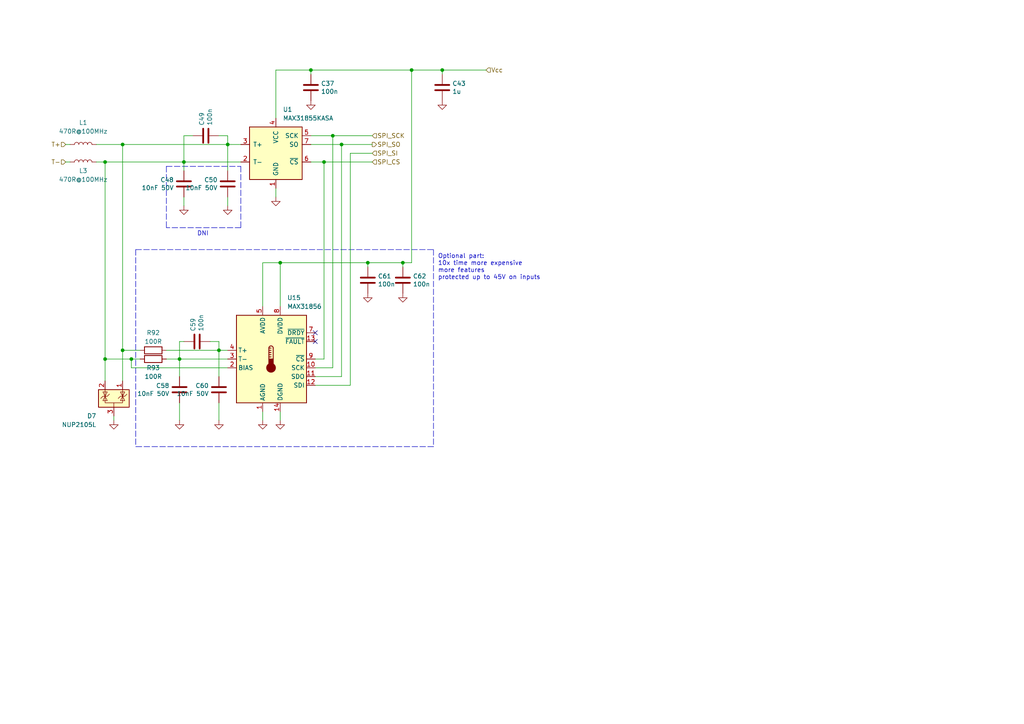
<source format=kicad_sch>
(kicad_sch (version 20211123) (generator eeschema)
  (paper "A4")
  (lib_symbols
    (symbol "Device:C" (pin_numbers hide) (pin_names (offset 0.254))
      (property "Reference" "C" (at 0.635 2.54 0))
      (property "Value" "C" (at 0.635 -2.54 0))
      (symbol "C_0_1"
        (polyline (pts (xy -2.032 -0.762) (xy 2.032 -0.762)) (stroke (width 0.508)))
        (polyline (pts (xy -2.032 0.762) (xy 2.032 0.762)) (stroke (width 0.508)))
      )
      (symbol "C_1_1"
        (pin passive line (at 0 3.81 270) (length 2.794) (name "~") (number "1"))
        (pin passive line (at 0 -3.81 90) (length 2.794) (name "~") (number "2"))
      )
    )
    (symbol "Device:L" (pin_numbers hide) (pin_names (offset 1.016) hide)
      (property "Reference" "L" (at -1.27 0 90))
      (property "Value" "L" (at 1.905 0 90))
      (symbol "L_0_1"
        (arc (start 0 -2.54) (mid 0.635 -1.905) (end 0 -1.27))
        (arc (start 0 -1.27) (mid 0.635 -0.635) (end 0 0))
        (arc (start 0 0) (mid 0.635 0.635) (end 0 1.27))
        (arc (start 0 1.27) (mid 0.635 1.905) (end 0 2.54))
      )
      (symbol "L_1_1"
        (pin passive line (at 0 3.81 270) (length 1.27) (name "1") (number "1"))
        (pin passive line (at 0 -3.81 90) (length 1.27) (name "2") (number "2"))
      )
    )
    (symbol "Device:R" (pin_numbers hide) (pin_names (offset 0))
      (property "Reference" "R" (at 2.032 0 90))
      (property "Value" "R" (at 0 0 90))
      (symbol "R_0_1"
        (rectangle (start -1.016 -2.54) (end 1.016 2.54) (stroke (width 0.254)))
      )
      (symbol "R_1_1"
        (pin passive line (at 0 3.81 270) (length 1.27) (name "~") (number "1"))
        (pin passive line (at 0 -3.81 90) (length 1.27) (name "~") (number "2"))
      )
    )
    (symbol "GND_1" (power) (pin_numbers hide) (pin_names (offset 0) hide)
      (property "Value" "GND_1" (at 0 -3.81 0))
      (symbol "GND_1_0_1"
        (polyline (pts (xy 0 0) (xy 0 -1.27) (xy 1.27 -1.27) (xy 0 -2.54) (xy -1.27 -1.27) (xy 0 -1.27)))
      )
      (symbol "GND_1_1_1"
        (pin power_in line (at 0 0 270) (length 0) hide (name "GND") (number "1"))
      )
    )
    (symbol "GND_10" (power) (pin_numbers hide) (pin_names (offset 0) hide)
      (property "Value" "GND_10" (at 0 -3.81 0))
      (symbol "GND_10_0_1"
        (polyline (pts (xy 0 0) (xy 0 -1.27) (xy 1.27 -1.27) (xy 0 -2.54) (xy -1.27 -1.27) (xy 0 -1.27)))
      )
      (symbol "GND_10_1_1"
        (pin power_in line (at 0 0 270) (length 0) hide (name "GND") (number "1"))
      )
    )
    (symbol "GND_11" (power) (pin_numbers hide) (pin_names (offset 0) hide)
      (property "Value" "GND_11" (at 0 -3.81 0))
      (symbol "GND_11_0_1"
        (polyline (pts (xy 0 0) (xy 0 -1.27) (xy 1.27 -1.27) (xy 0 -2.54) (xy -1.27 -1.27) (xy 0 -1.27)))
      )
      (symbol "GND_11_1_1"
        (pin power_in line (at 0 0 270) (length 0) hide (name "GND") (number "1"))
      )
    )
    (symbol "GND_2" (power) (pin_numbers hide) (pin_names (offset 0) hide)
      (property "Value" "GND_2" (at 0 -3.81 0))
      (symbol "GND_2_0_1"
        (polyline (pts (xy 0 0) (xy 0 -1.27) (xy 1.27 -1.27) (xy 0 -2.54) (xy -1.27 -1.27) (xy 0 -1.27)))
      )
      (symbol "GND_2_1_1"
        (pin power_in line (at 0 0 270) (length 0) hide (name "GND") (number "1"))
      )
    )
    (symbol "GND_3" (power) (pin_numbers hide) (pin_names (offset 0) hide)
      (property "Value" "GND_3" (at 0 -3.81 0))
      (symbol "GND_3_0_1"
        (polyline (pts (xy 0 0) (xy 0 -1.27) (xy 1.27 -1.27) (xy 0 -2.54) (xy -1.27 -1.27) (xy 0 -1.27)))
      )
      (symbol "GND_3_1_1"
        (pin power_in line (at 0 0 270) (length 0) hide (name "GND") (number "1"))
      )
    )
    (symbol "GND_4" (power) (pin_numbers hide) (pin_names (offset 0) hide)
      (property "Value" "GND_4" (at 0 -3.81 0))
      (symbol "GND_4_0_1"
        (polyline (pts (xy 0 0) (xy 0 -1.27) (xy 1.27 -1.27) (xy 0 -2.54) (xy -1.27 -1.27) (xy 0 -1.27)))
      )
      (symbol "GND_4_1_1"
        (pin power_in line (at 0 0 270) (length 0) hide (name "GND") (number "1"))
      )
    )
    (symbol "GND_5" (power) (pin_numbers hide) (pin_names (offset 0) hide)
      (property "Value" "GND_5" (at 0 -3.81 0))
      (symbol "GND_5_0_1"
        (polyline (pts (xy 0 0) (xy 0 -1.27) (xy 1.27 -1.27) (xy 0 -2.54) (xy -1.27 -1.27) (xy 0 -1.27)))
      )
      (symbol "GND_5_1_1"
        (pin power_in line (at 0 0 270) (length 0) hide (name "GND") (number "1"))
      )
    )
    (symbol "GND_6" (power) (pin_numbers hide) (pin_names (offset 0) hide)
      (property "Value" "GND_6" (at 0 -3.81 0))
      (symbol "GND_6_0_1"
        (polyline (pts (xy 0 0) (xy 0 -1.27) (xy 1.27 -1.27) (xy 0 -2.54) (xy -1.27 -1.27) (xy 0 -1.27)))
      )
      (symbol "GND_6_1_1"
        (pin power_in line (at 0 0 270) (length 0) hide (name "GND") (number "1"))
      )
    )
    (symbol "GND_7" (power) (pin_numbers hide) (pin_names (offset 0) hide)
      (property "Value" "GND_7" (at 0 -3.81 0))
      (symbol "GND_7_0_1"
        (polyline (pts (xy 0 0) (xy 0 -1.27) (xy 1.27 -1.27) (xy 0 -2.54) (xy -1.27 -1.27) (xy 0 -1.27)))
      )
      (symbol "GND_7_1_1"
        (pin power_in line (at 0 0 270) (length 0) hide (name "GND") (number "1"))
      )
    )
    (symbol "GND_8" (power) (pin_numbers hide) (pin_names (offset 0) hide)
      (property "Value" "GND_8" (at 0 -3.81 0))
      (symbol "GND_8_0_1"
        (polyline (pts (xy 0 0) (xy 0 -1.27) (xy 1.27 -1.27) (xy 0 -2.54) (xy -1.27 -1.27) (xy 0 -1.27)))
      )
      (symbol "GND_8_1_1"
        (pin power_in line (at 0 0 270) (length 0) hide (name "GND") (number "1"))
      )
    )
    (symbol "GND_9" (power) (pin_numbers hide) (pin_names (offset 0) hide)
      (property "Value" "GND_9" (at 0 -3.81 0))
      (symbol "GND_9_0_1"
        (polyline (pts (xy 0 0) (xy 0 -1.27) (xy 1.27 -1.27) (xy 0 -2.54) (xy -1.27 -1.27) (xy 0 -1.27)))
      )
      (symbol "GND_9_1_1"
        (pin power_in line (at 0 0 270) (length 0) hide (name "GND") (number "1"))
      )
    )
    (symbol "Power_Protection:NUP2105L" (pin_names hide)
      (property "Reference" "D" (at 5.715 2.54 0))
      (property "Value" "NUP2105L" (at 5.715 0.635 0))
      (symbol "NUP2105L_0_0"
        (pin passive line (at 0 -5.08 90) (length 2.54) (name "A") (number "3"))
      )
      (symbol "NUP2105L_0_1"
        (rectangle (start -4.445 2.54) (end 4.445 -2.54) (stroke (width 0.254)) (fill (type background)))
        (polyline (pts (xy -2.54 2.54) (xy -2.54 0.635)))
        (polyline (pts (xy 0 -1.27) (xy 0 -2.54)))
        (polyline (pts (xy 2.54 2.54) (xy 2.54 0.635)))
        (polyline (pts (xy -3.81 1.27) (xy -3.175 0.635) (xy -1.905 0.635) (xy -1.27 0)))
        (polyline (pts (xy -2.54 0.635) (xy -2.54 -1.27) (xy 2.54 -1.27) (xy 2.54 0.635)))
        (polyline (pts (xy -2.54 0.635) (xy -1.905 -0.635) (xy -3.175 -0.635) (xy -2.54 0.635)))
        (polyline (pts (xy 2.54 0.635) (xy 1.905 -0.635) (xy 3.175 -0.635) (xy 2.54 0.635)))
        (polyline (pts (xy 2.54 0.635) (xy 3.175 1.905) (xy 1.905 1.905) (xy 2.54 0.635)))
        (polyline (pts (xy -2.54 0.635) (xy -3.175 1.905) (xy -1.905 1.905) (xy -2.54 0.635) (xy -2.54 1.27)))
        (polyline (pts (xy 1.27 1.27) (xy 1.905 0.635) (xy 2.54 0.635) (xy 3.175 0.635) (xy 3.81 0)))
      )
      (symbol "NUP2105L_1_1"
        (pin passive line (at -2.54 5.08 270) (length 2.54) (name "K") (number "1"))
        (pin passive line (at 2.54 5.08 270) (length 2.54) (name "K") (number "2"))
      )
    )
    (symbol "Sensor_Temperature:MAX31855KASA" (pin_names (offset 1.016))
      (property "Reference" "U" (at -7.62 8.89 0))
      (property "Value" "MAX31855KASA" (at 1.27 8.89 0))
      (symbol "MAX31855KASA_0_1"
        (rectangle (start -7.62 7.62) (end 7.62 -7.62) (stroke (width 0.254)) (fill (type background)))
      )
      (symbol "MAX31855KASA_1_1"
        (pin power_in line (at 0 -10.16 90) (length 2.54) (name "GND") (number "1"))
        (pin passive line (at -10.16 -2.54 0) (length 2.54) (name "T-") (number "2"))
        (pin passive line (at -10.16 2.54 0) (length 2.54) (name "T+") (number "3"))
        (pin power_in line (at 0 10.16 270) (length 2.54) (name "VCC") (number "4"))
        (pin input line (at 10.16 5.08 180) (length 2.54) (name "SCK") (number "5"))
        (pin input line (at 10.16 -2.54 180) (length 2.54) (name "~{CS}") (number "6"))
        (pin tri_state line (at 10.16 2.54 180) (length 2.54) (name "SO") (number "7"))
      )
    )
    (symbol "Sensor_Temperature:MAX31856"
      (property "Reference" "U" (at -7.62 13.97 0))
      (property "Value" "MAX31856" (at 13.97 13.97 0))
      (symbol "MAX31856_0_1"
        (rectangle (start -10.16 12.7) (end 10.16 -12.7) (stroke (width 0.254)) (fill (type background)))
        (circle (center -0.127 -2.54) (radius 1.27) (stroke (width 0.254)) (fill (type outline)))
        (polyline (pts (xy -0.762 0.635) (xy -0.127 0.635)) (stroke (width 0.254)))
        (polyline (pts (xy -0.762 1.27) (xy -0.127 1.27)) (stroke (width 0.254)))
        (polyline (pts (xy -0.762 1.905) (xy -0.127 1.905)) (stroke (width 0.254)))
        (polyline (pts (xy -0.762 2.54) (xy -0.127 2.54)) (stroke (width 0.254)))
        (polyline (pts (xy -0.762 3.175) (xy -0.762 0)) (stroke (width 0.254)))
        (polyline (pts (xy -0.762 3.175) (xy -0.127 3.175)) (stroke (width 0.254)))
        (polyline (pts (xy 0.508 3.175) (xy 0.508 0)) (stroke (width 0.254)))
        (rectangle (start 0.508 -1.905) (end -0.762 0) (stroke (width 0.254)) (fill (type outline)))
        (arc (start 0.508 3.175) (mid -0.127 3.81) (end -0.762 3.175) (stroke (width 0.254)))
      )
      (symbol "MAX31856_1_1"
        (pin power_in line (at -2.54 -15.24 90) (length 2.54) (name "AGND") (number "1"))
        (pin input line (at 12.7 -2.54 180) (length 2.54) (name "SCK") (number "10"))
        (pin output line (at 12.7 -5.08 180) (length 2.54) (name "SDO") (number "11"))
        (pin input line (at 12.7 -7.62 180) (length 2.54) (name "SDI") (number "12"))
        (pin output line (at 12.7 5.08 180) (length 2.54) (name "~{FAULT}") (number "13"))
        (pin power_in line (at 2.54 -15.24 90) (length 2.54) (name "DGND") (number "14"))
        (pin input line (at -12.7 -2.54 0) (length 2.54) (name "BIAS") (number "2"))
        (pin input line (at -12.7 0 0) (length 2.54) (name "T-") (number "3"))
        (pin input line (at -12.7 2.54 0) (length 2.54) (name "T+") (number "4"))
        (pin power_in line (at -2.54 15.24 270) (length 2.54) (name "AVDD") (number "5"))
        (pin no_connect line (at -10.16 -7.62 0) (length 2.54) hide (name "DNC") (number "6"))
        (pin output line (at 12.7 7.62 180) (length 2.54) (name "~{DRDY}") (number "7"))
        (pin power_in line (at 2.54 15.24 270) (length 2.54) (name "DVDD") (number "8"))
        (pin input line (at 12.7 0 180) (length 2.54) (name "~{CS}") (number "9"))
      )
    )
    (symbol "power:GND" (power) (pin_numbers hide) (pin_names (offset 0) hide)
      (property "Value" "GND" (at 0 -3.81 0))
      (symbol "GND_0_1"
        (polyline (pts (xy 0 0) (xy 0 -1.27) (xy 1.27 -1.27) (xy 0 -2.54) (xy -1.27 -1.27) (xy 0 -1.27)))
      )
      (symbol "GND_1_1"
        (pin power_in line (at 0 0 270) (length 0) hide (name "GND") (number "1"))
      )
    )
  )
  (junction (at 90.17 20.32))
  (junction (at 119.38 20.32))
  (junction (at 52.07 104.14))
  (junction (at 96.52 39.37))
  (junction (at 38.1 104.14))
  (junction (at 30.48 46.99))
  (junction (at 93.98 46.99))
  (junction (at 30.48 104.14))
  (junction (at 66.04 41.91))
  (junction (at 35.56 101.6))
  (junction (at 35.56 41.91))
  (junction (at 99.06 41.91))
  (junction (at 63.5 101.6))
  (junction (at 116.84 76.2))
  (junction (at 106.68 76.2))
  (junction (at 81.28 76.2))
  (junction (at 128.27 20.32))
  (junction (at 53.34 46.99))
  (no_connect (at 91.44 96.52))
  (no_connect (at 91.44 99.06))
  (wire (pts (xy 63.5 99.06) (xy 63.5 101.6)))
  (wire (pts (xy 80.01 34.29) (xy 80.01 20.32)))
  (wire (pts (xy 33.02 121.92) (xy 33.02 120.65)))
  (wire (pts (xy 99.06 109.22) (xy 99.06 41.91)))
  (wire (pts (xy 81.28 76.2) (xy 81.28 88.9)))
  (wire (pts (xy 101.6 44.45) (xy 107.95 44.45)))
  (wire (pts (xy 80.01 20.32) (xy 90.17 20.32)))
  (wire (pts (xy 91.44 106.68) (xy 96.52 106.68)))
  (wire (pts (xy 35.56 41.91) (xy 35.56 101.6)))
  (wire (pts (xy 91.44 111.76) (xy 101.6 111.76)))
  (wire (pts (xy 128.27 20.32) (xy 128.27 21.59)))
  (wire (pts (xy 53.34 99.06) (xy 52.07 99.06)))
  (wire (pts (xy 66.04 41.91) (xy 66.04 49.53)))
  (wire (pts (xy 38.1 104.14) (xy 30.48 104.14)))
  (wire (pts (xy 27.94 41.91) (xy 35.56 41.91)))
  (wire (pts (xy 52.07 104.14) (xy 48.26 104.14)))
  (wire (pts (xy 96.52 106.68) (xy 96.52 39.37)))
  (polyline (pts (xy 48.26 48.26) (xy 48.26 66.04)))
  (wire (pts (xy 119.38 76.2) (xy 116.84 76.2)))
  (wire (pts (xy 30.48 46.99) (xy 53.34 46.99)))
  (wire (pts (xy 90.17 20.32) (xy 90.17 21.59)))
  (wire (pts (xy 35.56 101.6) (xy 35.56 110.49)))
  (wire (pts (xy 53.34 57.15) (xy 53.34 59.69)))
  (wire (pts (xy 63.5 101.6) (xy 63.5 109.22)))
  (polyline (pts (xy 125.73 72.39) (xy 125.73 129.54)))
  (polyline (pts (xy 39.37 72.39) (xy 39.37 129.54)))
  (wire (pts (xy 99.06 41.91) (xy 107.95 41.91)))
  (wire (pts (xy 81.28 76.2) (xy 106.68 76.2)))
  (wire (pts (xy 63.5 101.6) (xy 66.04 101.6)))
  (wire (pts (xy 66.04 41.91) (xy 69.85 41.91)))
  (wire (pts (xy 128.27 20.32) (xy 140.97 20.32)))
  (wire (pts (xy 35.56 41.91) (xy 66.04 41.91)))
  (wire (pts (xy 91.44 104.14) (xy 93.98 104.14)))
  (wire (pts (xy 81.28 119.38) (xy 81.28 121.92)))
  (wire (pts (xy 76.2 76.2) (xy 76.2 88.9)))
  (wire (pts (xy 106.68 76.2) (xy 116.84 76.2)))
  (wire (pts (xy 76.2 119.38) (xy 76.2 121.92)))
  (wire (pts (xy 106.68 76.2) (xy 106.68 77.47)))
  (wire (pts (xy 116.84 76.2) (xy 116.84 77.47)))
  (polyline (pts (xy 69.85 48.26) (xy 69.85 66.04)))
  (wire (pts (xy 80.01 54.61) (xy 80.01 57.15)))
  (wire (pts (xy 66.04 39.37) (xy 66.04 41.91)))
  (polyline (pts (xy 48.26 48.26) (xy 69.85 48.26)))
  (wire (pts (xy 90.17 20.32) (xy 119.38 20.32)))
  (wire (pts (xy 66.04 57.15) (xy 66.04 59.69)))
  (wire (pts (xy 90.17 46.99) (xy 93.98 46.99)))
  (wire (pts (xy 52.07 99.06) (xy 52.07 104.14)))
  (wire (pts (xy 93.98 104.14) (xy 93.98 46.99)))
  (wire (pts (xy 30.48 46.99) (xy 30.48 104.14)))
  (wire (pts (xy 60.96 99.06) (xy 63.5 99.06)))
  (wire (pts (xy 55.88 39.37) (xy 53.34 39.37)))
  (wire (pts (xy 53.34 46.99) (xy 53.34 49.53)))
  (wire (pts (xy 30.48 104.14) (xy 30.48 110.49)))
  (wire (pts (xy 27.94 46.99) (xy 30.48 46.99)))
  (wire (pts (xy 101.6 111.76) (xy 101.6 44.45)))
  (wire (pts (xy 19.05 41.91) (xy 20.32 41.91)))
  (wire (pts (xy 38.1 104.14) (xy 40.64 104.14)))
  (wire (pts (xy 90.17 41.91) (xy 99.06 41.91)))
  (polyline (pts (xy 125.73 129.54) (xy 39.37 129.54)))
  (wire (pts (xy 63.5 39.37) (xy 66.04 39.37)))
  (wire (pts (xy 53.34 46.99) (xy 69.85 46.99)))
  (wire (pts (xy 91.44 109.22) (xy 99.06 109.22)))
  (wire (pts (xy 48.26 101.6) (xy 63.5 101.6)))
  (wire (pts (xy 119.38 20.32) (xy 128.27 20.32)))
  (wire (pts (xy 19.05 46.99) (xy 20.32 46.99)))
  (wire (pts (xy 63.5 116.84) (xy 63.5 121.92)))
  (polyline (pts (xy 69.85 66.04) (xy 48.26 66.04)))
  (polyline (pts (xy 39.37 72.39) (xy 125.73 72.39)))
  (wire (pts (xy 35.56 101.6) (xy 40.64 101.6)))
  (wire (pts (xy 96.52 39.37) (xy 107.95 39.37)))
  (wire (pts (xy 90.17 39.37) (xy 96.52 39.37)))
  (wire (pts (xy 52.07 116.84) (xy 52.07 121.92)))
  (wire (pts (xy 52.07 104.14) (xy 52.07 109.22)))
  (wire (pts (xy 66.04 106.68) (xy 38.1 106.68)))
  (wire (pts (xy 93.98 46.99) (xy 107.95 46.99)))
  (wire (pts (xy 119.38 76.2) (xy 119.38 20.32)))
  (wire (pts (xy 76.2 76.2) (xy 81.28 76.2)))
  (wire (pts (xy 53.34 39.37) (xy 53.34 46.99)))
  (wire (pts (xy 38.1 106.68) (xy 38.1 104.14)))
  (wire (pts (xy 66.04 104.14) (xy 52.07 104.14)))
  (text "DNI" (at 57.15 68.58 0) (effects (font (size 1.27 1.27)) (justify left bottom)))
  (text "Optional part:\n10x time more expensive\nmore features\nprotected up to 45V on inputs" (at 127 81.28 0) (effects (font (size 1.27 1.27)) (justify left bottom)))
  (hierarchical_label "Vcc" (shape input) (at 140.97 20.32 0))
  (hierarchical_label "SPI_SO" (shape output) (at 107.95 41.91 0))
  (hierarchical_label "SPI_SCK" (shape input) (at 107.95 39.37 0))
  (hierarchical_label "SPI_CS" (shape input) (at 107.95 46.99 0))
  (hierarchical_label "T+" (shape input) (at 19.05 41.91 180))
  (hierarchical_label "SPI_SI" (shape input) (at 107.95 44.45 0))
  (hierarchical_label "T-" (shape input) (at 19.05 46.99 180))
  (symbol (lib_id "Device:C") (at 66.04 53.34 0) (mirror y) (unit 1) (in_bom no)
    (property "Reference" "C50" (at 63.119 52.1716 0) (effects (justify left)))
    (property "Value" "10nF 50V" (at 63.119 54.483 0) (effects (justify left)))
    (property "Footprint" "Capacitor_SMD:C_0402_1005Metric" (effects hide))
    (property "LCSC" "C1524" (effects hide))
  )
  (symbol (lib_id "Device:C") (at 57.15 99.06 90) (unit 1)
    (property "Reference" "C59" (at 55.9816 96.139 0) (effects (justify left)))
    (property "Value" "100n" (at 58.293 96.139 0) (effects (justify left)))
    (property "Footprint" "Capacitor_SMD:C_0402_1005Metric" (effects hide))
    (property "LCSC" "C1525" (effects hide))
  )
  (symbol (lib_id "Power_Protection:NUP2105L") (at 33.02 115.57 0) (mirror y) (unit 1)
    (property "Reference" "D7" (at 27.94 120.65 0) (effects (justify left)))
    (property "Value" "NUP2105L" (at 27.94 123.19 0) (effects (justify left)))
    (property "Footprint" "Package_TO_SOT_SMD:SOT-23" (effects hide))
    (property "Datasheet" "http://www.onsemi.com/pub_link/Collateral/NUP2105L-D.PDF" (effects hide))
    (property "LCSC" "C284104" (effects hide))
  )
  (symbol (lib_id "Device:R") (at 44.45 101.6 90) (mirror x) (unit 1)
    (property "Reference" "R92" (at 44.45 96.52 90))
    (property "Value" "100R" (at 44.45 99.06 90))
    (property "Footprint" "Resistor_SMD:R_0402_1005Metric" (effects hide))
    (property "LCSC" "C106233" (effects hide))
  )
  (symbol (lib_name "GND_1") (lib_id "power:GND") (at 106.68 85.09 0) (unit 1)
    (property "Reference" "#PWR0173" (effects hide))
  )
  (symbol (lib_id "Device:R") (at 44.45 104.14 90) (mirror x) (unit 1)
    (property "Reference" "R93" (at 44.45 106.68 90))
    (property "Value" "100R" (at 44.45 109.22 90))
    (property "Footprint" "Resistor_SMD:R_0402_1005Metric" (effects hide))
    (property "LCSC" "C106233" (effects hide))
  )
  (symbol (lib_id "Device:C") (at 106.68 81.28 0) (unit 1)
    (property "Reference" "C61" (at 109.601 80.1116 0) (effects (justify left)))
    (property "Value" "100n" (at 109.601 82.423 0) (effects (justify left)))
    (property "Footprint" "Capacitor_SMD:C_0402_1005Metric" (effects hide))
    (property "LCSC" "C1525" (effects hide))
  )
  (symbol (lib_id "Sensor_Temperature:MAX31855KASA") (at 80.01 44.45 0) (unit 1)
    (property "Reference" "U1" (at 82.0294 31.75 0) (effects (justify left)))
    (property "Value" "MAX31855KASA" (at 82.0294 34.29 0) (effects (justify left)))
    (property "Footprint" "Package_SO:SOIC-8_3.9x4.9mm_P1.27mm" (effects hide))
    (property "Datasheet" "http://datasheets.maximintegrated.com/en/ds/MAX31855.pdf" (effects hide))
  )
  (symbol (lib_id "Device:L") (at 24.13 41.91 90) (unit 1)
    (property "Reference" "L1" (at 24.13 35.56 90))
    (property "Value" "470R@100MHz" (at 24.13 38.1 90))
    (property "Footprint" "Inductor_SMD:L_0603_1608Metric" (effects hide))
    (property "LCSC" "C97853" (effects hide))
  )
  (symbol (lib_name "GND_4") (lib_id "power:GND") (at 90.17 29.21 0) (unit 1)
    (property "Reference" "#PWR0150" (effects hide))
  )
  (symbol (lib_id "Device:C") (at 52.07 113.03 0) (mirror y) (unit 1) (in_bom no)
    (property "Reference" "C58" (at 49.149 111.8616 0) (effects (justify left)))
    (property "Value" "10nF 50V" (at 49.149 114.173 0) (effects (justify left)))
    (property "Footprint" "Capacitor_SMD:C_0402_1005Metric" (effects hide))
    (property "LCSC" "C1524" (effects hide))
  )
  (symbol (lib_id "Device:L") (at 24.13 46.99 90) (unit 1)
    (property "Reference" "L3" (at 24.13 49.53 90))
    (property "Value" "470R@100MHz" (at 24.13 52.07 90))
    (property "Footprint" "Inductor_SMD:L_0603_1608Metric" (effects hide))
    (property "LCSC" "C97853" (effects hide))
  )
  (symbol (lib_name "GND_8") (lib_id "power:GND") (at 52.07 121.92 0) (unit 1)
    (property "Reference" "#PWR0172" (effects hide))
  )
  (symbol (lib_name "GND_10") (lib_id "power:GND") (at 76.2 121.92 0) (unit 1)
    (property "Reference" "#PWR0175" (effects hide))
  )
  (symbol (lib_name "GND_11") (lib_id "power:GND") (at 81.28 121.92 0) (unit 1)
    (property "Reference" "#PWR0176" (effects hide))
  )
  (symbol (lib_id "Sensor_Temperature:MAX31856") (at 78.74 104.14 0) (unit 1)
    (property "Reference" "U15" (at 83.2994 86.36 0) (effects (justify left)))
    (property "Value" "MAX31856" (at 83.2994 88.9 0) (effects (justify left)))
    (property "Footprint" "Package_SO:TSSOP-14_4.4x5mm_P0.65mm" (effects hide))
    (property "Datasheet" "https://datasheets.maximintegrated.com/en/ds/MAX31856.pdf" (effects hide))
    (property "LCSC" "C116632" (effects hide))
  )
  (symbol (lib_name "GND_3") (lib_id "power:GND") (at 128.27 29.21 0) (unit 1)
    (property "Reference" "#PWR0149" (effects hide))
  )
  (symbol (lib_name "GND_5") (lib_id "power:GND") (at 53.34 59.69 0) (unit 1)
    (property "Reference" "#PWR0156" (effects hide))
  )
  (symbol (lib_name "GND_6") (lib_id "power:GND") (at 66.04 59.69 0) (unit 1)
    (property "Reference" "#PWR0157" (effects hide))
  )
  (symbol (lib_name "GND_7") (lib_id "power:GND") (at 80.01 57.15 0) (unit 1)
    (property "Reference" "#PWR0148" (effects hide))
  )
  (symbol (lib_id "Device:C") (at 116.84 81.28 0) (unit 1)
    (property "Reference" "C62" (at 119.761 80.1116 0) (effects (justify left)))
    (property "Value" "100n" (at 119.761 82.423 0) (effects (justify left)))
    (property "Footprint" "Capacitor_SMD:C_0402_1005Metric" (effects hide))
    (property "LCSC" "C1525" (effects hide))
  )
  (symbol (lib_id "Device:C") (at 59.69 39.37 90) (unit 1)
    (property "Reference" "C49" (at 58.5216 36.449 0) (effects (justify left)))
    (property "Value" "100n" (at 60.833 36.449 0) (effects (justify left)))
    (property "Footprint" "Capacitor_SMD:C_0402_1005Metric" (effects hide))
    (property "LCSC" "C1525" (effects hide))
  )
  (symbol (lib_id "Device:C") (at 53.34 53.34 0) (mirror y) (unit 1) (in_bom no)
    (property "Reference" "C48" (at 50.419 52.1716 0) (effects (justify left)))
    (property "Value" "10nF 50V" (at 50.419 54.483 0) (effects (justify left)))
    (property "Footprint" "Capacitor_SMD:C_0402_1005Metric" (effects hide))
    (property "LCSC" "C1524" (effects hide))
  )
  (symbol (lib_name "GND_2") (lib_id "power:GND") (at 116.84 85.09 0) (unit 1)
    (property "Reference" "#PWR0174" (effects hide))
  )
  (symbol (lib_id "Device:C") (at 128.27 25.4 0) (unit 1)
    (property "Reference" "C43" (at 131.191 24.2316 0) (effects (justify left)))
    (property "Value" "1u" (at 131.191 26.543 0) (effects (justify left)))
    (property "Footprint" "Capacitor_SMD:C_0402_1005Metric" (effects hide))
    (property "LCSC" "C52923" (effects hide))
  )
  (symbol (lib_name "GND_9") (lib_id "power:GND") (at 63.5 121.92 0) (unit 1)
    (property "Reference" "#PWR0177" (effects hide))
  )
  (symbol (lib_id "power:GND") (at 33.02 121.92 0) (unit 1)
    (property "Reference" "#PWR0154" (effects hide))
  )
  (symbol (lib_id "Device:C") (at 63.5 113.03 0) (mirror y) (unit 1) (in_bom no)
    (property "Reference" "C60" (at 60.579 111.8616 0) (effects (justify left)))
    (property "Value" "10nF 50V" (at 60.579 114.173 0) (effects (justify left)))
    (property "Footprint" "Capacitor_SMD:C_0402_1005Metric" (effects hide))
    (property "LCSC" "C1524" (effects hide))
  )
  (symbol (lib_id "Device:C") (at 90.17 25.4 0) (unit 1)
    (property "Reference" "C37" (at 93.091 24.2316 0) (effects (justify left)))
    (property "Value" "100n" (at 93.091 26.543 0) (effects (justify left)))
    (property "Footprint" "Capacitor_SMD:C_0402_1005Metric" (effects hide))
    (property "LCSC" "C1525" (effects hide))
  )
)
</source>
